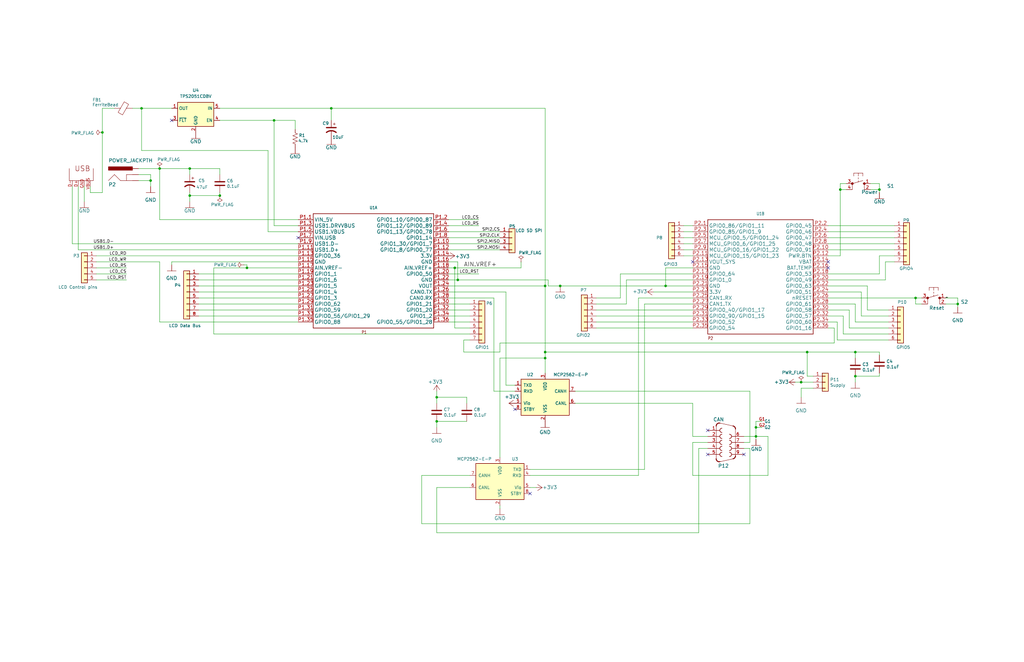
<source format=kicad_sch>
(kicad_sch (version 20250114) (generator "eeschema") (generator_version "9.0")
  (paper "USLedger")
  (title_block (date "2025-04-10"))
  (lib_symbols
    (symbol "Connector_Generic:Conn_01x03" (pin_names (offset 1.016) (hide yes))
      (property "Reference" "J" (at 0 5.08 0))
      (property "Value" "Conn_01x03" (at 0 -5.08 0))
      (symbol "Conn_01x03_1_1"
        (rectangle (start -1.27 3.81) (end 1.27 -3.81) (stroke (width 0.254)) (fill (type background)))
        (rectangle (start -1.27 2.667) (end 0 2.413) (stroke (width 0.1524)))
        (rectangle (start -1.27 0.127) (end 0 -0.127) (stroke (width 0.1524)))
        (rectangle (start -1.27 -2.413) (end 0 -2.667) (stroke (width 0.1524)))
        (pin passive line (at -5.08 2.54 0) (length 3.81) (name "Pin_1") (number "1"))
        (pin passive line (at -5.08 0 0) (length 3.81) (name "Pin_2") (number "2"))
        (pin passive line (at -5.08 -2.54 0) (length 3.81) (name "Pin_3") (number "3"))
      )
    )
    (symbol "Connector_Generic:Conn_01x04" (pin_names (offset 1.016) (hide yes))
      (property "Reference" "J" (at 0 5.08 0))
      (property "Value" "Conn_01x04" (at 0 -7.62 0))
      (symbol "Conn_01x04_1_1"
        (rectangle (start -1.27 3.81) (end 1.27 -6.35) (stroke (width 0.254)) (fill (type background)))
        (rectangle (start -1.27 2.667) (end 0 2.413) (stroke (width 0.1524)))
        (rectangle (start -1.27 0.127) (end 0 -0.127) (stroke (width 0.1524)))
        (rectangle (start -1.27 -2.413) (end 0 -2.667) (stroke (width 0.1524)))
        (rectangle (start -1.27 -4.953) (end 0 -5.207) (stroke (width 0.1524)))
        (pin passive line (at -5.08 2.54 0) (length 3.81) (name "Pin_1") (number "1"))
        (pin passive line (at -5.08 0 0) (length 3.81) (name "Pin_2") (number "2"))
        (pin passive line (at -5.08 -2.54 0) (length 3.81) (name "Pin_3") (number "3"))
        (pin passive line (at -5.08 -5.08 0) (length 3.81) (name "Pin_4") (number "4"))
      )
    )
    (symbol "Connector_Generic:Conn_01x05" (pin_names (offset 1.016) (hide yes))
      (property "Reference" "J" (at 0 7.62 0))
      (property "Value" "Conn_01x05" (at 0 -7.62 0))
      (symbol "Conn_01x05_1_1"
        (rectangle (start -1.27 6.35) (end 1.27 -6.35) (stroke (width 0.254)) (fill (type background)))
        (rectangle (start -1.27 5.207) (end 0 4.953) (stroke (width 0.1524)))
        (rectangle (start -1.27 2.667) (end 0 2.413) (stroke (width 0.1524)))
        (rectangle (start -1.27 0.127) (end 0 -0.127) (stroke (width 0.1524)))
        (rectangle (start -1.27 -2.413) (end 0 -2.667) (stroke (width 0.1524)))
        (rectangle (start -1.27 -4.953) (end 0 -5.207) (stroke (width 0.1524)))
        (pin passive line (at -5.08 5.08 0) (length 3.81) (name "Pin_1") (number "1"))
        (pin passive line (at -5.08 2.54 0) (length 3.81) (name "Pin_2") (number "2"))
        (pin passive line (at -5.08 0 0) (length 3.81) (name "Pin_3") (number "3"))
        (pin passive line (at -5.08 -2.54 0) (length 3.81) (name "Pin_4") (number "4"))
        (pin passive line (at -5.08 -5.08 0) (length 3.81) (name "Pin_5") (number "5"))
      )
    )
    (symbol "Connector_Generic:Conn_01x06" (pin_names (offset 1.016) (hide yes))
      (property "Reference" "J" (at 0 7.62 0))
      (property "Value" "Conn_01x06" (at 0 -10.16 0))
      (symbol "Conn_01x06_1_1"
        (rectangle (start -1.27 6.35) (end 1.27 -8.89) (stroke (width 0.254)) (fill (type background)))
        (rectangle (start -1.27 5.207) (end 0 4.953) (stroke (width 0.1524)))
        (rectangle (start -1.27 2.667) (end 0 2.413) (stroke (width 0.1524)))
        (rectangle (start -1.27 0.127) (end 0 -0.127) (stroke (width 0.1524)))
        (rectangle (start -1.27 -2.413) (end 0 -2.667) (stroke (width 0.1524)))
        (rectangle (start -1.27 -4.953) (end 0 -5.207) (stroke (width 0.1524)))
        (rectangle (start -1.27 -7.493) (end 0 -7.747) (stroke (width 0.1524)))
        (pin passive line (at -5.08 5.08 0) (length 3.81) (name "Pin_1") (number "1"))
        (pin passive line (at -5.08 2.54 0) (length 3.81) (name "Pin_2") (number "2"))
        (pin passive line (at -5.08 0 0) (length 3.81) (name "Pin_3") (number "3"))
        (pin passive line (at -5.08 -2.54 0) (length 3.81) (name "Pin_4") (number "4"))
        (pin passive line (at -5.08 -5.08 0) (length 3.81) (name "Pin_5") (number "5"))
        (pin passive line (at -5.08 -7.62 0) (length 3.81) (name "Pin_6") (number "6"))
      )
    )
    (symbol "Connector_Generic:Conn_01x07" (pin_names (offset 1.016) (hide yes))
      (property "Reference" "J" (at 0 10.16 0))
      (property "Value" "Conn_01x07" (at 0 -10.16 0))
      (symbol "Conn_01x07_1_1"
        (rectangle (start -1.27 8.89) (end 1.27 -8.89) (stroke (width 0.254)) (fill (type background)))
        (rectangle (start -1.27 7.747) (end 0 7.493) (stroke (width 0.1524)))
        (rectangle (start -1.27 5.207) (end 0 4.953) (stroke (width 0.1524)))
        (rectangle (start -1.27 2.667) (end 0 2.413) (stroke (width 0.1524)))
        (rectangle (start -1.27 0.127) (end 0 -0.127) (stroke (width 0.1524)))
        (rectangle (start -1.27 -2.413) (end 0 -2.667) (stroke (width 0.1524)))
        (rectangle (start -1.27 -4.953) (end 0 -5.207) (stroke (width 0.1524)))
        (rectangle (start -1.27 -7.493) (end 0 -7.747) (stroke (width 0.1524)))
        (pin passive line (at -5.08 7.62 0) (length 3.81) (name "Pin_1") (number "1"))
        (pin passive line (at -5.08 5.08 0) (length 3.81) (name "Pin_2") (number "2"))
        (pin passive line (at -5.08 2.54 0) (length 3.81) (name "Pin_3") (number "3"))
        (pin passive line (at -5.08 0 0) (length 3.81) (name "Pin_4") (number "4"))
        (pin passive line (at -5.08 -2.54 0) (length 3.81) (name "Pin_5") (number "5"))
        (pin passive line (at -5.08 -5.08 0) (length 3.81) (name "Pin_6") (number "6"))
        (pin passive line (at -5.08 -7.62 0) (length 3.81) (name "Pin_7") (number "7"))
      )
    )
    (symbol "Connector_Generic:Conn_01x08" (pin_names (offset 1.016) (hide yes))
      (property "Reference" "J" (at 0 10.16 0))
      (property "Value" "Conn_01x08" (at 0 -12.7 0))
      (symbol "Conn_01x08_1_1"
        (rectangle (start -1.27 8.89) (end 1.27 -11.43) (stroke (width 0.254)) (fill (type background)))
        (rectangle (start -1.27 7.747) (end 0 7.493) (stroke (width 0.1524)))
        (rectangle (start -1.27 5.207) (end 0 4.953) (stroke (width 0.1524)))
        (rectangle (start -1.27 2.667) (end 0 2.413) (stroke (width 0.1524)))
        (rectangle (start -1.27 0.127) (end 0 -0.127) (stroke (width 0.1524)))
        (rectangle (start -1.27 -2.413) (end 0 -2.667) (stroke (width 0.1524)))
        (rectangle (start -1.27 -4.953) (end 0 -5.207) (stroke (width 0.1524)))
        (rectangle (start -1.27 -7.493) (end 0 -7.747) (stroke (width 0.1524)))
        (rectangle (start -1.27 -10.033) (end 0 -10.287) (stroke (width 0.1524)))
        (pin passive line (at -5.08 7.62 0) (length 3.81) (name "Pin_1") (number "1"))
        (pin passive line (at -5.08 5.08 0) (length 3.81) (name "Pin_2") (number "2"))
        (pin passive line (at -5.08 2.54 0) (length 3.81) (name "Pin_3") (number "3"))
        (pin passive line (at -5.08 0 0) (length 3.81) (name "Pin_4") (number "4"))
        (pin passive line (at -5.08 -2.54 0) (length 3.81) (name "Pin_5") (number "5"))
        (pin passive line (at -5.08 -5.08 0) (length 3.81) (name "Pin_6") (number "6"))
        (pin passive line (at -5.08 -7.62 0) (length 3.81) (name "Pin_7") (number "7"))
        (pin passive line (at -5.08 -10.16 0) (length 3.81) (name "Pin_8") (number "8"))
      )
    )
    (symbol "Device:C" (pin_numbers (hide yes)) (pin_names (offset 0.254))
      (property "Reference" "C" (at 0.635 2.54 0))
      (property "Value" "C" (at 0.635 -2.54 0))
      (symbol "C_0_1"
        (polyline (pts (xy -2.032 0.762) (xy 2.032 0.762)) (stroke (width 0.508)))
        (polyline (pts (xy -2.032 -0.762) (xy 2.032 -0.762)) (stroke (width 0.508)))
      )
      (symbol "C_1_1"
        (pin passive line (at 0 3.81 270) (length 2.794) (name "~") (number "1"))
        (pin passive line (at 0 -3.81 90) (length 2.794) (name "~") (number "2"))
      )
    )
    (symbol "Device:C_Polarized_US" (pin_numbers (hide yes)) (pin_names (offset 0.254) (hide yes))
      (property "Reference" "C" (at 0.635 2.54 0))
      (property "Value" "C_Polarized_US" (at 0.635 -2.54 0))
      (symbol "C_Polarized_US_0_1"
        (polyline (pts (xy -2.032 0.762) (xy 2.032 0.762)) (stroke (width 0.508)))
        (polyline (pts (xy -1.778 2.286) (xy -0.762 2.286)))
        (polyline (pts (xy -1.27 1.778) (xy -1.27 2.794)))
        (arc (start -2.032 -1.27) (mid 0 -0.5572) (end 2.032 -1.27) (stroke (width 0.508)))
      )
      (symbol "C_Polarized_US_1_1"
        (pin passive line (at 0 3.81 270) (length 2.794) (name "~") (number "1"))
        (pin passive line (at 0 -3.81 90) (length 3.302) (name "~") (number "2"))
      )
    )
    (symbol "Device:FerriteBead" (pin_numbers (hide yes)) (pin_names (offset 0))
      (property "Reference" "FB" (at -3.81 0.635 90))
      (property "Value" "FerriteBead" (at 3.81 0 90))
      (symbol "FerriteBead_0_1"
        (polyline (pts (xy -2.7686 0.4064) (xy -1.7018 2.2606) (xy 2.7686 -0.3048) (xy 1.6764 -2.159) (xy -2.7686 0.4064)))
        (polyline (pts (xy 0 1.27) (xy 0 1.2954)))
        (polyline (pts (xy 0 -1.27) (xy 0 -1.2192)))
      )
      (symbol "FerriteBead_1_1"
        (pin passive line (at 0 3.81 270) (length 2.54) (name "~") (number "1"))
        (pin passive line (at 0 -3.81 90) (length 2.54) (name "~") (number "2"))
      )
    )
    (symbol "Device:R_US" (pin_numbers (hide yes)) (pin_names (offset 0))
      (property "Reference" "R" (at 2.54 0 90))
      (property "Value" "R_US" (at -2.54 0 90))
      (symbol "R_US_0_1"
        (polyline (pts (xy 0 2.286) (xy 0 2.54)))
        (polyline (pts (xy 0 2.286) (xy 1.016 1.905) (xy 0 1.524) (xy -1.016 1.143) (xy 0 0.762)))
        (polyline (pts (xy 0 0.762) (xy 1.016 0.381) (xy 0 0) (xy -1.016 -0.381) (xy 0 -0.762)))
        (polyline (pts (xy 0 -0.762) (xy 1.016 -1.143) (xy 0 -1.524) (xy -1.016 -1.905) (xy 0 -2.286)))
        (polyline (pts (xy 0 -2.286) (xy 0 -2.54)))
      )
      (symbol "R_US_1_1"
        (pin passive line (at 0 3.81 270) (length 1.27) (name "~") (number "1"))
        (pin passive line (at 0 -3.81 90) (length 1.27) (name "~") (number "2"))
      )
    )
    (symbol "Interface_CAN_LIN:MCP2562-E-P" (pin_names (offset 1.016))
      (property "Reference" "U" (at -10.16 8.89 0))
      (property "Value" "MCP2562-E-P" (at 2.54 8.89 0))
      (symbol "MCP2562-E-P_0_1"
        (rectangle (start -10.16 7.62) (end 10.16 -7.62) (stroke (width 0.254)) (fill (type background)))
      )
      (symbol "MCP2562-E-P_1_1"
        (pin input line (at -12.7 5.08 0) (length 2.54) (name "TXD") (number "1"))
        (pin output line (at -12.7 2.54 0) (length 2.54) (name "RXD") (number "4"))
        (pin power_in line (at -12.7 -2.54 0) (length 2.54) (name "Vio") (number "5"))
        (pin input line (at -12.7 -5.08 0) (length 2.54) (name "STBY") (number "8"))
        (pin power_in line (at 0 10.16 270) (length 2.54) (name "VDD") (number "3"))
        (pin power_in line (at 0 -10.16 90) (length 2.54) (name "VSS") (number "2"))
        (pin bidirectional line (at 12.7 2.54 180) (length 2.54) (name "CANH") (number "7"))
        (pin bidirectional line (at 12.7 -2.54 180) (length 2.54) (name "CANL") (number "6"))
      )
    )
    (symbol "Power_Management:TPS2051CDBV"
      (property "Reference" "U" (at -7.62 -6.35 0))
      (property "Value" "TPS2051CDBV" (at -7.62 6.35 0))
      (symbol "TPS2051CDBV_0_1"
        (rectangle (start -7.62 5.08) (end 7.62 -5.08) (stroke (width 0.254)) (fill (type background)))
      )
      (symbol "TPS2051CDBV_1_1"
        (pin power_in line (at -10.16 2.54 0) (length 2.54) (name "IN") (number "5"))
        (pin input line (at -10.16 -2.54 0) (length 2.54) (name "EN") (number "4"))
        (pin power_in line (at 0 -7.62 90) (length 2.54) (name "GND") (number "2"))
        (pin power_out line (at 10.16 2.54 180) (length 2.54) (name "OUT") (number "1"))
        (pin open_collector line (at 10.16 -2.54 180) (length 2.54) (name "~{FLT}") (number "3"))
      )
    )
    (symbol "catu:+3V3" (power) (pin_names (offset 1.016))
      (property "Value" "+3V3" (at -2.54 -5.08 90))
      (symbol "+3V3_1_0"
        (polyline (pts (xy 0 0) (xy -1.27 -1.905)))
        (polyline (pts (xy 1.27 -1.905) (xy 0 0)))
        (pin power_in line (at 0 -2.54 90) (length 2.54) (name "+3V3") (number "1"))
      )
    )
    (symbol "catu:10-XX" (pin_names (offset 1.016))
      (property "Reference" "S" (at -6.35 -2.54 90))
      (property "Value" "10-XX" (at -3.81 3.175 90))
      (symbol "10-XX_1_0"
        (polyline (pts (xy -4.445 1.905) (xy -4.445 0)))
        (polyline (pts (xy -4.445 1.905) (xy -3.175 1.905)))
        (polyline (pts (xy -4.445 0) (xy -4.445 -1.905)))
        (polyline (pts (xy -4.445 0) (xy -3.175 0)))
        (polyline (pts (xy -4.445 -1.905) (xy -3.175 -1.905)))
        (polyline (pts (xy -2.54 0) (xy -1.905 0)))
        (polyline (pts (xy -1.27 0) (xy -0.635 0)))
        (circle (center 0 2.54) (radius 0.127) (stroke (width 0.4064)))
        (polyline (pts (xy 0 1.905) (xy 0 2.54)))
        (polyline (pts (xy 0 -2.54) (xy -1.27 1.905)))
        (circle (center 0 -2.54) (radius 0.127) (stroke (width 0.4064)))
        (polyline (pts (xy 2.54 2.54) (xy 0 2.54)))
        (polyline (pts (xy 2.54 -2.54) (xy 0 -2.54)))
        (pin passive line (at 0 5.08 270) (length 2.54) (name "S") (number "1"))
        (pin passive line (at 0 -5.08 90) (length 2.54) (name "P") (number "3"))
        (pin passive line (at 2.54 5.08 270) (length 2.54) (name "S1") (number "2"))
        (pin passive line (at 2.54 -5.08 90) (length 2.54) (name "P1") (number "4"))
      )
    )
    (symbol "catu:F09HP" (pin_names (offset 1.016))
      (property "Reference" "P" (at -1.27 8.89 0))
      (property "Value" "F09HP" (at -3.81 -10.795 0))
      (symbol "F09HP_1_0"
        (polyline (pts (xy -4.064 -6.9088) (xy -4.064 6.9088)))
        (arc (start -2.5146 -8.1534) (mid -3.5802 -7.8933) (end -4.064 -6.9088) (stroke (width 0.4064)))
        (arc (start -4.064 6.9088) (mid -3.58 7.8929) (end -2.5146 8.1534) (stroke (width 0.4064)))
        (polyline (pts (xy -2.5146 8.1534) (xy 3.048 6.9342)))
        (polyline (pts (xy -2.5146 -8.1534) (xy 3.048 -6.9342)))
        (arc (start -1.651 4.191) (mid -2.5362 5.08) (end -1.651 5.969) (stroke (width 0.254)))
        (arc (start -1.651 1.651) (mid -2.5362 2.54) (end -1.651 3.429) (stroke (width 0.254)))
        (arc (start -1.651 -0.889) (mid -2.5362 0) (end -1.651 0.889) (stroke (width 0.254)))
        (arc (start -1.651 -3.429) (mid -2.5362 -2.54) (end -1.651 -1.651) (stroke (width 0.254)))
        (arc (start -1.651 -5.969) (mid -2.5362 -5.08) (end -1.651 -4.191) (stroke (width 0.254)))
        (arc (start 1.524 3.429) (mid 2.4092 2.54) (end 1.524 1.651) (stroke (width 0.254)))
        (arc (start 1.524 0.889) (mid 2.4092 0) (end 1.524 -0.889) (stroke (width 0.254)))
        (arc (start 1.524 -1.651) (mid 2.4092 -2.54) (end 1.524 -3.429) (stroke (width 0.254)))
        (arc (start 1.524 -4.191) (mid 2.4092 -5.08) (end 1.524 -5.969) (stroke (width 0.254)))
        (arc (start 3.048 6.9342) (mid 3.7701 6.4866) (end 4.064 5.6896) (stroke (width 0.4064)))
        (arc (start 4.064 -5.6896) (mid 3.7736 -6.4896) (end 3.048 -6.9342) (stroke (width 0.4064)))
        (polyline (pts (xy 4.064 -5.6896) (xy 4.064 5.6896)))
        (pin passive line (at -7.62 5.08 0) (length 5.08) (name "1") (number "1"))
        (pin passive line (at -7.62 2.54 0) (length 5.08) (name "2") (number "2"))
        (pin passive line (at -7.62 0 0) (length 5.08) (name "3") (number "3"))
        (pin passive line (at -7.62 -2.54 0) (length 5.08) (name "4") (number "4"))
        (pin passive line (at -7.62 -5.08 0) (length 5.08) (name "5") (number "5"))
        (pin passive line (at 7.62 2.54 180) (length 5.08) (name "6") (number "6"))
        (pin passive line (at 7.62 0 180) (length 5.08) (name "7") (number "7"))
        (pin passive line (at 7.62 -2.54 180) (length 5.08) (name "8") (number "8"))
        (pin passive line (at 7.62 -5.08 180) (length 5.08) (name "9") (number "9"))
      )
      (symbol "F09HP_1_1"
        (pin power_in line (at 15.24 8.89 0) (length 0) (name "G1") (number "G1"))
        (pin power_in line (at 15.24 6.35 0) (length 0) (name "G2") (number "G2"))
      )
    )
    (symbol "catu:GND" (power) (pin_names (offset 1.016))
      (property "Value" "GND" (at -2.54 -2.54 0))
      (symbol "GND_1_0"
        (polyline (pts (xy -1.905 0) (xy 1.905 0)))
        (pin power_in line (at 0 2.54 270) (length 2.54) (name "GND") (number "1"))
      )
    )
    (symbol "catu:POWER_JACKPTH" (pin_names (offset 1.016))
      (property "Reference" "J" (at -10.16 0 0))
      (property "Value" "POWER_JACKPTH" (at -10.16 10.16 0))
      (symbol "POWER_JACKPTH_1_0"
        (rectangle (start -10.16 6.858) (end 0 8.382) (fill (type outline)))
        (polyline (pts (xy -10.16 2.54) (xy -7.62 5.08)))
        (polyline (pts (xy -7.62 5.08) (xy -5.08 2.54)))
        (polyline (pts (xy -5.08 2.54) (xy -2.54 2.54)))
        (polyline (pts (xy -2.54 5.08) (xy 0 5.08)))
        (polyline (pts (xy -2.54 2.54) (xy -2.54 5.08)))
        (polyline (pts (xy -2.54 2.54) (xy 0 2.54)))
        (pin passive line (at 2.54 7.62 180) (length 2.54) (name "PWR") (number "PWR"))
        (pin passive line (at 2.54 5.08 180) (length 2.54) (name "GNDBREAK") (number "GNDBREAK"))
        (pin passive line (at 2.54 2.54 180) (length 2.54) (name "GND") (number "GND"))
      )
    )
    (symbol "catu:PocketBeagle2"
      (property "Reference" "Pocketbeagle-2" (at -7.874 29.21 0))
      (symbol "PocketBeagle2_1_0"
        (polyline (pts (xy -22.86 25.4) (xy 27.94 25.4)) (stroke (width 0.254)))
        (polyline (pts (xy -22.86 -22.86) (xy -22.86 25.4)) (stroke (width 0.254)))
        (polyline (pts (xy 27.94 25.4) (xy 27.94 -22.86)) (stroke (width 0.254)))
        (polyline (pts (xy 27.94 -22.86) (xy -22.86 -22.86)) (stroke (width 0.254)))
        (text "P1" (at -2.54 -25.4 0) (effects (font (size 1.27 1.0795)) (justify left bottom)))
        (pin passive line (at -29.21 22.86 0) (length 6.35) (name "VIN_5V") (number "P1.1"))
        (pin passive line (at -29.21 20.32 0) (length 6.35) (name "USB1.DRVVBUS") (number "P1.3"))
        (pin passive line (at -29.21 17.78 0) (length 6.35) (name "USB1.VBUS") (number "P1.5"))
        (pin passive line (at -29.21 15.24 0) (length 6.35) (name "VIN.USB") (number "P1.7"))
        (pin passive line (at -29.21 12.7 0) (length 6.35) (name "USB1.D-") (number "P1.9"))
        (pin passive line (at -29.21 10.16 0) (length 6.35) (name "USB1.D+") (number "P1.11"))
        (pin passive line (at -29.21 7.62 0) (length 6.35) (name "GPIO0_36") (number "P1.13"))
        (pin power_in line (at -29.21 5.08 0) (length 6.35) (name "GND") (number "P1.15"))
        (pin power_in line (at -29.21 2.54 0) (length 6.35) (name "AIN.VREF-") (number "P1.17"))
        (pin passive line (at -29.21 0 0) (length 6.35) (name "GPIO1_1") (number "P1.19"))
        (pin passive line (at -29.21 -2.54 0) (length 6.35) (name "GPIO1_6") (number "P1.21"))
        (pin passive line (at -29.21 -5.08 0) (length 6.35) (name "GPIO1_5") (number "P1.23"))
        (pin passive line (at -29.21 -7.62 0) (length 6.35) (name "GPIO1_4") (number "P1.25"))
        (pin passive line (at -29.21 -10.16 0) (length 6.35) (name "GPIO1_3") (number "P1.27"))
        (pin passive line (at -29.21 -12.7 0) (length 6.35) (name "GPIO0_62") (number "P1.29"))
        (pin passive line (at -29.21 -15.24 0) (length 6.35) (name "GPIO0_59") (number "P1.31"))
        (pin passive line (at -29.21 -17.78 0) (length 6.35) (name "GPIO0_56/GPIO1_29") (number "P1.33"))
        (pin passive line (at -29.21 -20.32 0) (length 6.35) (name "GPIO0_88") (number "P1.35"))
        (pin passive line (at 34.29 22.86 180) (length 6.35) (name "GPIO1_10/GPIO0_87") (number "P1.2"))
        (pin passive line (at 34.29 20.32 180) (length 6.35) (name "GPIO1_12/GPIO0_89") (number "P1.4"))
        (pin passive line (at 34.29 17.78 180) (length 6.35) (name "GPIO1_13/GPIO0_78") (number "P1.6"))
        (pin passive line (at 34.29 15.24 180) (length 6.35) (name "GPIO1_14") (number "P1.8"))
        (pin passive line (at 34.29 12.7 180) (length 6.35) (name "GPIO1_30/GPIO1_7") (number "P1.10"))
        (pin passive line (at 34.29 10.16 180) (length 6.35) (name "GPIO1_8/GPIO0_77") (number "P1.12"))
        (pin power_in line (at 34.29 7.62 180) (length 6.35) (name "3.3V") (number "P1.14"))
        (pin power_in line (at 34.29 5.08 180) (length 6.35) (name "GND") (number "P1.16"))
        (pin power_in line (at 34.29 2.54 180) (length 6.35) (name "AIN.VREF+") (number "P1.18"))
        (pin passive line (at 34.29 0 180) (length 6.35) (name "GPIO0_50") (number "P1.20"))
        (pin power_in line (at 34.29 -2.54 180) (length 6.35) (name "GND") (number "P1.22"))
        (pin power_out line (at 34.29 -5.08 180) (length 6.35) (name "VOUT") (number "P1.24"))
        (pin passive line (at 34.29 -7.62 180) (length 6.35) (name "CAN0.TX") (number "P1.26"))
        (pin passive line (at 34.29 -10.16 180) (length 6.35) (name "CAN0.RX") (number "P1.28"))
        (pin passive line (at 34.29 -12.7 180) (length 6.35) (name "GPIO1_21") (number "P1.30"))
        (pin passive line (at 34.29 -15.24 180) (length 6.35) (name "GPIO1_20") (number "P1.32"))
        (pin passive line (at 34.29 -17.78 180) (length 6.35) (name "GPIO1_2") (number "P1.34"))
        (pin passive line (at 34.29 -20.32 180) (length 6.35) (name "GPIO0_55/GPIO1_28") (number "P1.36"))
      )
      (symbol "PocketBeagle2_2_0"
        (polyline (pts (xy -21.59 26.67) (xy 22.86 26.67)) (stroke (width 0.254)))
        (polyline (pts (xy -21.59 -21.59) (xy -21.59 26.67)) (stroke (width 0.254)))
        (polyline (pts (xy 22.86 26.67) (xy 22.86 -21.59)) (stroke (width 0.254)))
        (polyline (pts (xy 22.86 -21.59) (xy -21.59 -21.59)) (stroke (width 0.254)))
        (text "P2" (at -21.59 -24.13 0) (effects (font (size 1.27 1.0795)) (justify left bottom)))
        (pin passive line (at -27.94 24.13 0) (length 6.35) (name "GPIO0_86/GPIO1_11") (number "P2.1"))
        (pin passive line (at -27.94 21.59 0) (length 6.35) (name "GPIO0_85/GPIO1_9") (number "P2.3"))
        (pin passive line (at -27.94 19.05 0) (length 6.35) (name "MCU_GPIO0_5/GPIO01_24") (number "P2.5"))
        (pin passive line (at -27.94 16.51 0) (length 6.35) (name "MCU_GPIO0_6/GPIO1_25") (number "P2.7"))
        (pin passive line (at -27.94 13.97 0) (length 6.35) (name "MCU_GPIO0_16/GPIO1_22") (number "P2.9"))
        (pin passive line (at -27.94 11.43 0) (length 6.35) (name "MCU_GPIO0_15/GPIO1_23") (number "P2.11"))
        (pin power_out line (at -27.94 8.89 0) (length 6.35) (name "VOUT_SYS") (number "P2.13"))
        (pin power_in line (at -27.94 6.35 0) (length 6.35) (name "GND") (number "P2.15"))
        (pin passive line (at -27.94 3.81 0) (length 6.35) (name "GPIO0_64") (number "P2.17"))
        (pin passive line (at -27.94 1.27 0) (length 6.35) (name "GPIO1_0") (number "P2.19"))
        (pin power_in line (at -27.94 -1.27 0) (length 6.35) (name "GND") (number "P2.21"))
        (pin power_in line (at -27.94 -3.81 0) (length 6.35) (name "3.3V") (number "P2.23"))
        (pin passive line (at -27.94 -6.35 0) (length 6.35) (name "CAN1.RX") (number "P2.25"))
        (pin passive line (at -27.94 -8.89 0) (length 6.35) (name "CAN1.TX") (number "P2.27"))
        (pin passive line (at -27.94 -11.43 0) (length 6.35) (name "GPIO0_40/GPIO1_17") (number "P2.29"))
        (pin passive line (at -27.94 -13.97 0) (length 6.35) (name "GPIO0_90/GPIO1_15") (number "P2.31"))
        (pin passive line (at -27.94 -16.51 0) (length 6.35) (name "GPIO0_52") (number "P2.33"))
        (pin passive line (at -27.94 -19.05 0) (length 6.35) (name "GPIO0_54") (number "P2.35"))
        (pin passive line (at 29.21 24.13 180) (length 6.35) (name "GPIO0_45") (number "P2.2"))
        (pin passive line (at 29.21 21.59 180) (length 6.35) (name "GPIO0_46") (number "P2.4"))
        (pin passive line (at 29.21 19.05 180) (length 6.35) (name "GPIO0_47") (number "P2.6"))
        (pin passive line (at 29.21 16.51 180) (length 6.35) (name "GPIO0_48") (number "P2.8"))
        (pin passive line (at 29.21 13.97 180) (length 6.35) (name "GPIO0_91") (number "P2.10"))
        (pin passive line (at 29.21 11.43 180) (length 6.35) (name "PWR.BTN") (number "P2.12"))
        (pin passive line (at 29.21 8.89 180) (length 6.35) (name "VBAT") (number "P2.14"))
        (pin passive line (at 29.21 6.35 180) (length 6.35) (name "BAT.TEMP") (number "P2.16"))
        (pin passive line (at 29.21 3.81 180) (length 6.35) (name "GPIO0_53") (number "P2.18"))
        (pin passive line (at 29.21 1.27 180) (length 6.35) (name "GPIO0_49") (number "P2.20"))
        (pin passive line (at 29.21 -1.27 180) (length 6.35) (name "GPIO0_63") (number "P2.22"))
        (pin passive line (at 29.21 -3.81 180) (length 6.35) (name "GPIO0_51") (number "P2.24"))
        (pin passive line (at 29.21 -6.35 180) (length 6.35) (name "nRESET") (number "P2.26"))
        (pin passive line (at 29.21 -8.89 180) (length 6.35) (name "GPIO0_61") (number "P2.28"))
        (pin passive line (at 29.21 -11.43 180) (length 6.35) (name "GPIO0_58") (number "P2.30"))
        (pin passive line (at 29.21 -13.97 180) (length 6.35) (name "GPIO0_57") (number "P2.32"))
        (pin passive line (at 29.21 -16.51 180) (length 6.35) (name "GPIO0_60") (number "P2.34"))
        (pin passive line (at 29.21 -19.05 180) (length 6.35) (name "GPIO1_16") (number "P2.36"))
      )
    )
    (symbol "catu:USB-A-H" (pin_names (offset 1.016))
      (symbol "USB-A-H_1_0"
        (polyline (pts (xy 0 8.89) (xy 0 -1.27)))
        (polyline (pts (xy 0 -1.27) (xy 5.08 -1.27)))
        (polyline (pts (xy 5.08 8.89) (xy 0 8.89)))
        (text "USB" (at 3.81 0 900) (effects (font (size 2.159 2.159)) (justify left bottom)))
        (pin passive line (at -2.54 7.62 0) (length 2.54) (name "D+") (number "D-"))
        (pin passive line (at -2.54 5.08 0) (length 2.54) (name "D-") (number "D+"))
        (pin power_in line (at -2.54 2.54 0) (length 2.54) (name "VBUS") (number "GND"))
        (pin power_in line (at -2.54 0 0) (length 2.54) (name "GND") (number "VBUS"))
      )
    )
    (symbol "power:PWR_FLAG" (power) (pin_numbers (hide yes)) (pin_names (offset 0) (hide yes))
      (property "Value" "PWR_FLAG" (at 0 3.81 0))
      (symbol "PWR_FLAG_0_0"
        (pin power_out line (at 0 0 90) (length 0) (name "~") (number "1"))
      )
      (symbol "PWR_FLAG_0_1"
        (polyline (pts (xy 0 0) (xy 0 1.27) (xy -1.016 1.905) (xy 0 2.54) (xy 1.016 1.905) (xy 0 1.27)))
      )
    )
  )
  (junction (at 360.68 148.59))
  (junction (at 67.31 71.12))
  (junction (at 63.5 76.2))
  (junction (at 92.71 82.55))
  (junction (at 184.15 167.64))
  (junction (at 386.08 125.73))
  (junction (at 193.04 118.11))
  (junction (at 104.14 113.03))
  (junction (at 115.57 50.8))
  (junction (at 360.68 158.75))
  (junction (at 337.82 161.29))
  (junction (at 403.86 128.27))
  (junction (at 318.77 184.15))
  (junction (at 318.77 180.34))
  (junction (at 80.01 82.55))
  (junction (at 229.87 148.59))
  (junction (at 229.87 151.13))
  (junction (at 354.33 80.01))
  (junction (at 80.01 71.12))
  (junction (at 236.22 120.65))
  (junction (at 340.36 148.59))
  (junction (at 59.69 45.72))
  (junction (at 280.67 120.65))
  (junction (at 184.15 177.8))
  (junction (at 229.87 120.65))
  (junction (at 191.77 113.03))
  (junction (at 43.18 55.88))
  (junction (at 370.84 80.01))
  (junction (at 139.7 45.72))
  (no_connect (at 292.1 110.49))
  (no_connect (at 298.45 181.61))
  (no_connect (at 72.39 50.8))
  (no_connect (at 125.73 100.33))
  (no_connect (at 217.17 172.72))
  (no_connect (at 313.69 191.77))
  (no_connect (at 298.45 191.77))
  (no_connect (at 349.25 113.03))
  (no_connect (at 349.25 110.49))
  (no_connect (at 223.52 208.28))
  (wire (pts (xy 33.02 105.41) (xy 125.73 105.41)))
  (wire (pts (xy 316.23 189.23) (xy 313.69 189.23)))
  (wire (pts (xy 223.52 198.12) (xy 271.78 198.12)))
  (wire (pts (xy 104.14 113.03) (xy 125.73 113.03)))
  (wire (pts (xy 193.04 118.11) (xy 189.23 118.11)))
  (wire (pts (xy 189.23 110.49) (xy 193.04 110.49)))
  (wire (pts (xy 373.38 118.11) (xy 373.38 110.49)))
  (wire (pts (xy 90.17 113.03) (xy 104.14 113.03)))
  (wire (pts (xy 349.25 115.57) (xy 370.84 115.57)))
  (wire (pts (xy 177.8 200.66) (xy 177.8 220.98)))
  (wire (pts (xy 349.25 128.27) (xy 360.68 128.27)))
  (wire (pts (xy 80.01 71.12) (xy 92.71 71.12)))
  (wire (pts (xy 363.22 123.19) (xy 363.22 133.35)))
  (wire (pts (xy 189.23 97.79) (xy 210.82 97.79)))
  (wire (pts (xy 58.42 73.66) (xy 63.5 73.66)))
  (wire (pts (xy 210.82 151.13) (xy 210.82 193.04)))
  (wire (pts (xy 370.84 81.28) (xy 370.84 80.01)))
  (wire (pts (xy 231.14 118.11) (xy 231.14 120.65)))
  (wire (pts (xy 354.33 77.47) (xy 356.87 77.47)))
  (wire (pts (xy 323.85 184.15) (xy 318.77 184.15)))
  (wire (pts (xy 367.03 77.47) (xy 370.84 77.47)))
  (wire (pts (xy 40.64 107.95) (xy 125.73 107.95)))
  (wire (pts (xy 184.15 177.8) (xy 196.85 177.8)))
  (wire (pts (xy 251.46 128.27) (xy 264.16 128.27)))
  (wire (pts (xy 210.82 148.59) (xy 195.58 148.59)))
  (wire (pts (xy 83.82 115.57) (xy 125.73 115.57)))
  (wire (pts (xy 365.76 130.81) (xy 374.65 130.81)))
  (wire (pts (xy 251.46 138.43) (xy 292.1 138.43)))
  (wire (pts (xy 195.58 148.59) (xy 195.58 143.51)))
  (wire (pts (xy 80.01 81.28) (xy 80.01 82.55)))
  (wire (pts (xy 38.1 81.28) (xy 43.18 81.28)))
  (wire (pts (xy 63.5 76.2) (xy 58.42 76.2)))
  (wire (pts (xy 349.25 107.95) (xy 354.33 107.95)))
  (wire (pts (xy 63.5 73.66) (xy 63.5 76.2)))
  (wire (pts (xy 189.23 105.41) (xy 210.82 105.41)))
  (wire (pts (xy 59.69 63.5) (xy 59.69 45.72)))
  (wire (pts (xy 340.36 148.59) (xy 340.36 158.75)))
  (wire (pts (xy 53.34 115.57) (xy 40.64 115.57)))
  (wire (pts (xy 229.87 148.59) (xy 340.36 148.59)))
  (wire (pts (xy 355.6 140.97) (xy 374.65 140.97)))
  (wire (pts (xy 288.29 107.95) (xy 292.1 107.95)))
  (wire (pts (xy 83.82 123.19) (xy 125.73 123.19)))
  (wire (pts (xy 386.08 125.73) (xy 386.08 128.27)))
  (wire (pts (xy 340.36 148.59) (xy 360.68 148.59)))
  (wire (pts (xy 349.25 105.41) (xy 377.19 105.41)))
  (wire (pts (xy 193.04 110.49) (xy 193.04 118.11)))
  (wire (pts (xy 67.31 135.89) (xy 125.73 135.89)))
  (wire (pts (xy 360.68 158.75) (xy 370.84 158.75)))
  (wire (pts (xy 184.15 167.64) (xy 184.15 170.18)))
  (wire (pts (xy 104.14 111.76) (xy 104.14 113.03)))
  (wire (pts (xy 354.33 77.47) (xy 354.33 80.01)))
  (wire (pts (xy 198.12 200.66) (xy 177.8 200.66)))
  (wire (pts (xy 370.84 158.75) (xy 370.84 157.48)))
  (wire (pts (xy 370.84 107.95) (xy 377.19 107.95)))
  (wire (pts (xy 360.68 158.75) (xy 360.68 161.29)))
  (wire (pts (xy 251.46 130.81) (xy 292.1 130.81)))
  (wire (pts (xy 269.24 125.73) (xy 292.1 125.73)))
  (wire (pts (xy 35.56 85.09) (xy 35.56 78.74)))
  (wire (pts (xy 337.82 163.83) (xy 342.9 163.83)))
  (wire (pts (xy 30.48 78.74) (xy 30.48 102.87)))
  (wire (pts (xy 353.06 135.89) (xy 353.06 143.51)))
  (wire (pts (xy 195.58 143.51) (xy 198.12 143.51)))
  (wire (pts (xy 115.57 50.8) (xy 124.46 50.8)))
  (wire (pts (xy 360.68 148.59) (xy 370.84 148.59)))
  (wire (pts (xy 189.23 102.87) (xy 210.82 102.87)))
  (wire (pts (xy 354.33 80.01) (xy 356.87 80.01)))
  (wire (pts (xy 349.25 123.19) (xy 363.22 123.19)))
  (wire (pts (xy 189.23 125.73) (xy 208.28 125.73)))
  (wire (pts (xy 83.82 130.81) (xy 125.73 130.81)))
  (wire (pts (xy 353.06 143.51) (xy 374.65 143.51)))
  (wire (pts (xy 349.25 135.89) (xy 353.06 135.89)))
  (wire (pts (xy 72.39 110.49) (xy 125.73 110.49)))
  (wire (pts (xy 242.57 165.1) (xy 316.23 165.1)))
  (wire (pts (xy 370.84 77.47) (xy 370.84 80.01)))
  (wire (pts (xy 398.78 125.73) (xy 403.86 125.73)))
  (wire (pts (xy 351.79 144.78) (xy 210.82 144.78)))
  (wire (pts (xy 242.57 170.18) (xy 292.1 170.18)))
  (wire (pts (xy 288.29 105.41) (xy 292.1 105.41)))
  (wire (pts (xy 313.69 184.15) (xy 318.77 184.15)))
  (wire (pts (xy 349.25 133.35) (xy 355.6 133.35)))
  (wire (pts (xy 213.36 123.19) (xy 213.36 162.56)))
  (wire (pts (xy 102.87 111.76) (xy 104.14 111.76)))
  (wire (pts (xy 360.68 148.59) (xy 360.68 151.13)))
  (wire (pts (xy 360.68 135.89) (xy 374.65 135.89)))
  (wire (pts (xy 48.26 45.72) (xy 43.18 45.72)))
  (wire (pts (xy 403.86 128.27) (xy 403.86 129.54)))
  (wire (pts (xy 264.16 128.27) (xy 264.16 118.11)))
  (wire (pts (xy 229.87 148.59) (xy 229.87 151.13)))
  (wire (pts (xy 349.25 118.11) (xy 373.38 118.11)))
  (wire (pts (xy 189.23 120.65) (xy 229.87 120.65)))
  (wire (pts (xy 349.25 138.43) (xy 351.79 138.43)))
  (wire (pts (xy 219.71 110.49) (xy 219.71 113.03)))
  (wire (pts (xy 365.76 120.65) (xy 365.76 130.81)))
  (wire (pts (xy 275.59 123.19) (xy 292.1 123.19)))
  (wire (pts (xy 139.7 45.72) (xy 139.7 50.8)))
  (wire (pts (xy 43.18 45.72) (xy 43.18 55.88)))
  (wire (pts (xy 198.12 130.81) (xy 189.23 130.81)))
  (wire (pts (xy 292.1 120.65) (xy 280.67 120.65)))
  (wire (pts (xy 271.78 128.27) (xy 271.78 198.12)))
  (wire (pts (xy 292.1 186.69) (xy 292.1 200.66)))
  (wire (pts (xy 191.77 113.03) (xy 219.71 113.03)))
  (wire (pts (xy 229.87 120.65) (xy 229.87 148.59)))
  (wire (pts (xy 318.77 180.34) (xy 318.77 184.15)))
  (wire (pts (xy 292.1 170.18) (xy 292.1 184.15)))
  (wire (pts (xy 184.15 205.74) (xy 184.15 224.79)))
  (wire (pts (xy 72.39 110.49) (xy 72.39 111.76)))
  (wire (pts (xy 269.24 125.73) (xy 269.24 200.66)))
  (wire (pts (xy 58.42 71.12) (xy 67.31 71.12)))
  (wire (pts (xy 80.01 71.12) (xy 80.01 73.66)))
  (wire (pts (xy 63.5 76.2) (xy 63.5 78.74)))
  (wire (pts (xy 189.23 113.03) (xy 191.77 113.03)))
  (wire (pts (xy 294.64 189.23) (xy 298.45 189.23)))
  (wire (pts (xy 196.85 167.64) (xy 196.85 170.18)))
  (wire (pts (xy 198.12 135.89) (xy 189.23 135.89)))
  (wire (pts (xy 92.71 71.12) (xy 92.71 73.66)))
  (wire (pts (xy 201.93 115.57) (xy 189.23 115.57)))
  (wire (pts (xy 208.28 125.73) (xy 208.28 165.1)))
  (wire (pts (xy 349.25 125.73) (xy 386.08 125.73)))
  (wire (pts (xy 191.77 138.43) (xy 198.12 138.43)))
  (wire (pts (xy 184.15 224.79) (xy 294.64 224.79)))
  (wire (pts (xy 288.29 95.25) (xy 292.1 95.25)))
  (wire (pts (xy 83.82 118.11) (xy 125.73 118.11)))
  (wire (pts (xy 113.03 97.79) (xy 113.03 63.5)))
  (wire (pts (xy 358.14 138.43) (xy 374.65 138.43)))
  (wire (pts (xy 191.77 113.03) (xy 191.77 138.43)))
  (wire (pts (xy 67.31 92.71) (xy 125.73 92.71)))
  (wire (pts (xy 349.25 120.65) (xy 365.76 120.65)))
  (wire (pts (xy 210.82 151.13) (xy 229.87 151.13)))
  (wire (pts (xy 370.84 148.59) (xy 370.84 149.86)))
  (wire (pts (xy 124.46 50.8) (xy 124.46 54.61)))
  (wire (pts (xy 292.1 200.66) (xy 323.85 200.66)))
  (wire (pts (xy 288.29 100.33) (xy 292.1 100.33)))
  (wire (pts (xy 288.29 97.79) (xy 292.1 97.79)))
  (wire (pts (xy 67.31 71.12) (xy 67.31 92.71)))
  (wire (pts (xy 236.22 120.65) (xy 280.67 120.65)))
  (wire (pts (xy 193.04 118.11) (xy 231.14 118.11)))
  (wire (pts (xy 349.25 130.81) (xy 358.14 130.81)))
  (wire (pts (xy 261.62 125.73) (xy 261.62 115.57)))
  (wire (pts (xy 67.31 110.49) (xy 67.31 135.89)))
  (wire (pts (xy 337.82 167.64) (xy 337.82 163.83)))
  (wire (pts (xy 38.1 78.74) (xy 38.1 81.28)))
  (wire (pts (xy 189.23 100.33) (xy 210.82 100.33)))
  (wire (pts (xy 229.87 157.48) (xy 229.87 151.13)))
  (wire (pts (xy 316.23 220.98) (xy 316.23 189.23)))
  (wire (pts (xy 208.28 165.1) (xy 217.17 165.1)))
  (wire (pts (xy 294.64 224.79) (xy 294.64 189.23)))
  (wire (pts (xy 321.31 177.8) (xy 318.77 177.8)))
  (wire (pts (xy 349.25 102.87) (xy 377.19 102.87)))
  (wire (pts (xy 229.87 45.72) (xy 229.87 120.65)))
  (wire (pts (xy 403.86 125.73) (xy 403.86 128.27)))
  (wire (pts (xy 370.84 115.57) (xy 370.84 107.95)))
  (wire (pts (xy 251.46 125.73) (xy 261.62 125.73)))
  (wire (pts (xy 40.64 110.49) (xy 67.31 110.49)))
  (wire (pts (xy 226.06 205.74) (xy 223.52 205.74)))
  (wire (pts (xy 184.15 177.8) (xy 184.15 180.34)))
  (wire (pts (xy 139.7 45.72) (xy 229.87 45.72)))
  (wire (pts (xy 349.25 97.79) (xy 377.19 97.79)))
  (wire (pts (xy 210.82 213.36) (xy 210.82 214.63)))
  (wire (pts (xy 33.02 78.74) (xy 33.02 105.41)))
  (wire (pts (xy 67.31 71.12) (xy 80.01 71.12)))
  (wire (pts (xy 210.82 144.78) (xy 210.82 148.59)))
  (wire (pts (xy 72.39 45.72) (xy 59.69 45.72)))
  (wire (pts (xy 335.28 161.29) (xy 337.82 161.29)))
  (wire (pts (xy 83.82 120.65) (xy 125.73 120.65)))
  (wire (pts (xy 351.79 138.43) (xy 351.79 144.78)))
  (wire (pts (xy 198.12 205.74) (xy 184.15 205.74)))
  (wire (pts (xy 354.33 80.01) (xy 354.33 107.95)))
  (wire (pts (xy 184.15 165.1) (xy 184.15 167.64)))
  (wire (pts (xy 90.17 113.03) (xy 90.17 140.97)))
  (wire (pts (xy 92.71 81.28) (xy 92.71 82.55)))
  (wire (pts (xy 298.45 186.69) (xy 292.1 186.69)))
  (wire (pts (xy 271.78 128.27) (xy 292.1 128.27)))
  (wire (pts (xy 115.57 95.25) (xy 125.73 95.25)))
  (wire (pts (xy 251.46 135.89) (xy 292.1 135.89)))
  (wire (pts (xy 318.77 180.34) (xy 321.31 180.34)))
  (wire (pts (xy 403.86 128.27) (xy 398.78 128.27)))
  (wire (pts (xy 92.71 45.72) (xy 139.7 45.72)))
  (wire (pts (xy 83.82 133.35) (xy 125.73 133.35)))
  (wire (pts (xy 83.82 125.73) (xy 125.73 125.73)))
  (wire (pts (xy 323.85 200.66) (xy 323.85 184.15)))
  (wire (pts (xy 360.68 128.27) (xy 360.68 135.89)))
  (wire (pts (xy 231.14 120.65) (xy 236.22 120.65)))
  (wire (pts (xy 83.82 128.27) (xy 125.73 128.27)))
  (wire (pts (xy 223.52 200.66) (xy 269.24 200.66)))
  (wire (pts (xy 349.25 95.25) (xy 377.19 95.25)))
  (wire (pts (xy 318.77 184.15) (xy 318.77 185.42)))
  (wire (pts (xy 59.69 45.72) (xy 55.88 45.72)))
  (wire (pts (xy 358.14 130.81) (xy 358.14 138.43)))
  (wire (pts (xy 373.38 110.49) (xy 377.19 110.49)))
  (wire (pts (xy 386.08 125.73) (xy 388.62 125.73)))
  (wire (pts (xy 125.73 97.79) (xy 113.03 97.79)))
  (wire (pts (xy 292.1 113.03) (xy 280.67 113.03)))
  (wire (pts (xy 198.12 128.27) (xy 189.23 128.27)))
  (wire (pts (xy 92.71 50.8) (xy 115.57 50.8)))
  (wire (pts (xy 349.25 100.33) (xy 377.19 100.33)))
  (wire (pts (xy 251.46 133.35) (xy 292.1 133.35)))
  (wire (pts (xy 30.48 102.87) (xy 125.73 102.87)))
  (wire (pts (xy 115.57 50.8) (xy 115.57 95.25)))
  (wire (pts (xy 43.18 55.88) (xy 43.18 81.28)))
  (wire (pts (xy 355.6 133.35) (xy 355.6 140.97)))
  (wire (pts (xy 201.93 95.25) (xy 189.23 95.25)))
  (wire (pts (xy 198.12 133.35) (xy 189.23 133.35)))
  (wire (pts (xy 337.82 161.29) (xy 342.9 161.29)))
  (wire (pts (xy 280.67 113.03) (xy 280.67 120.65)))
  (wire (pts (xy 264.16 118.11) (xy 292.1 118.11)))
  (wire (pts (xy 201.93 92.71) (xy 189.23 92.71)))
  (wire (pts (xy 177.8 220.98) (xy 316.23 220.98)))
  (wire (pts (xy 363.22 133.35) (xy 374.65 133.35)))
  (wire (pts (xy 53.34 118.11) (xy 40.64 118.11)))
  (wire (pts (xy 316.23 186.69) (xy 313.69 186.69)))
  (wire (pts (xy 367.03 80.01) (xy 370.84 80.01)))
  (wire (pts (xy 340.36 158.75) (xy 342.9 158.75)))
  (wire (pts (xy 80.01 82.55) (xy 80.01 85.09)))
  (wire (pts (xy 184.15 167.64) (xy 196.85 167.64)))
  (wire (pts (xy 113.03 63.5) (xy 59.69 63.5)))
  (wire (pts (xy 292.1 184.15) (xy 298.45 184.15)))
  (wire (pts (xy 53.34 113.03) (xy 40.64 113.03)))
  (wire (pts (xy 288.29 102.87) (xy 292.1 102.87)))
  (wire (pts (xy 318.77 177.8) (xy 318.77 180.34)))
  (wire (pts (xy 189.23 123.19) (xy 213.36 123.19)))
  (wire (pts (xy 261.62 115.57) (xy 292.1 115.57)))
  (wire (pts (xy 213.36 162.56) (xy 217.17 162.56)))
  (wire (pts (xy 386.08 128.27) (xy 388.62 128.27)))
  (wire (pts (xy 90.17 140.97) (xy 198.12 140.97)))
  (wire (pts (xy 80.01 82.55) (xy 92.71 82.55)))
  (wire (pts (xy 316.23 165.1) (xy 316.23 186.69)))
  (label "SPI2.CS" (at 210.82 97.79 180))
  (label "USB1.D+" (at 39.37 105.41 0))
  (label "USB1.D-" (at 39.37 102.87 0))
  (label "LCD_RS" (at 201.93 95.25 180))
  (label "LCD_RS" (at 53.34 113.03 180))
  (label "LCD_RST" (at 201.93 115.57 180))
  (label "SPI2.CLK" (at 210.82 100.33 180))
  (label "SPI2.MISO" (at 210.82 102.87 180))
  (label "LCD_CS" (at 53.34 115.57 180))
  (label "LCD_WR" (at 53.34 110.49 180))
  (label "SPI2.MOSI" (at 210.82 105.41 180))
  (label "LCD_RD" (at 53.34 107.95 180))
  (label "AIN.VREF+" (at 195.58 113.03 0) (effects (font (size 1.778 1.778))))
  (label "LCD_CS" (at 201.93 92.71 180))
  (label "GND" (at 398.78 125.73 0) (effects (font (size 0.254 0.254))))
  (label "LCD_RST" (at 53.34 118.11 180))
  (symbol (lib_id "catu:USB-A-H") (at 38.1 76.2 90) (unit 1)
    (property "Reference" "P1" (effects (hide yes)))
    (property "Value" "USB-A-H" (effects (hide yes)))
    (property "Footprint" "catu:USB-A-H" (effects (hide yes)))
  )
  (symbol (lib_id "Connector_Generic:Conn_01x03") (at 347.98 161.29 0) (unit 1)
    (property "Reference" "P11" (at 350.012 160.2232 0) (effects (justify left)))
    (property "Value" "Supply" (at 350.012 162.5346 0) (effects (justify left)))
    (property "Footprint" "Connector_PinSocket_2.54mm:PinSocket_1x03_P2.54mm_Vertical" (effects (hide yes)))
    (property "Description" "Generic connector, single row, 01x03, script generated (kicad-library-utils/schlib/autogen/connector/)" (effects (hide yes)))
  )
  (symbol (lib_id "catu:GND") (at 337.82 170.18 0) (unit 1)
    (property "Reference" "#GND0111" (effects (hide yes)))
    (property "Value" "GND" (at 337.82 173.2534 0) (effects (font (size 1.4986 1.4986))))
  )
  (symbol (lib_id "catu:+3V3") (at 332.74 161.29 90) (unit 1)
    (property "Reference" "#+3V0101" (effects (hide yes)))
    (property "Value" "+3V3" (at 326.39 162.052 90) (effects (font (size 1.4986 1.4986)) (justify right top)))
  )
  (symbol (lib_id "Device:C") (at 360.68 154.94 0) (unit 1)
    (property "Reference" "C3" (at 363.601 153.7716 0) (effects (justify left)))
    (property "Value" "0.1uF" (at 363.601 156.083 0) (effects (justify left)))
    (property "Footprint" "Capacitor_SMD:C_0805_2012Metric" (effects (hide yes)))
    (property "Description" "Unpolarized capacitor" (effects (hide yes)))
  )
  (symbol (lib_id "Device:C") (at 370.84 153.67 0) (unit 1)
    (property "Reference" "C4" (at 373.761 152.5016 0) (effects (justify left)))
    (property "Value" "0.1uF" (at 373.761 154.813 0) (effects (justify left)))
    (property "Footprint" "Capacitor_SMD:C_0805_2012Metric" (effects (hide yes)))
    (property "Description" "Unpolarized capacitor" (effects (hide yes)))
  )
  (symbol (lib_id "catu:GND") (at 360.68 163.83 0) (unit 1)
    (property "Reference" "#GND0113" (effects (hide yes)))
    (property "Value" "GND" (at 360.68 166.9034 0) (effects (font (size 1.4986 1.4986))))
  )
  (symbol (lib_id "catu:10-XX") (at 393.7 125.73 270) (unit 1)
    (property "Reference" "S2" (at 405.13 128.27 90) (effects (font (size 1.4986 1.4986)) (justify left bottom)))
    (property "Value" "Reset" (at 391.795 130.81 90) (effects (font (size 1.4986 1.4986)) (justify left bottom)))
    (property "Footprint" "catu:B3F-10XX" (effects (hide yes)))
  )
  (symbol (lib_id "Interface_CAN_LIN:MCP2562-E-P") (at 229.87 167.64 0) (unit 1)
    (property "Reference" "U2" (at 223.52 158.115 0))
    (property "Value" "MCP2562-E-P" (at 240.665 158.115 0))
    (property "Footprint" "Package_SO:SO-8_3.9x4.9mm_P1.27mm" (effects (hide yes)))
    (property "Datasheet" "http://ww1.microchip.com/downloads/en/DeviceDoc/25167A.pdf" (effects (hide yes)))
    (property "Description" "High-Speed CAN Transceiver, 1Mbps, 5V supply, Vio pin, -40C to +125C, DIP-8" (effects (hide yes)))
  )
  (symbol (lib_id "catu:+3V3") (at 214.63 170.18 90) (unit 1)
    (property "Reference" "#+3V0102" (effects (hide yes)))
    (property "Value" "+3V3" (at 212.725 168.275 90) (effects (font (size 1.4986 1.4986)) (justify right top)))
  )
  (symbol (lib_id "Interface_CAN_LIN:MCP2562-E-P") (at 210.82 203.2 0) (mirror y) (unit 1)
    (property "Reference" "U3" (at 217.17 193.675 0))
    (property "Value" "MCP2562-E-P" (at 200.025 193.675 0))
    (property "Footprint" "Package_SO:SO-8_3.9x4.9mm_P1.27mm" (effects (hide yes)))
    (property "Datasheet" "http://ww1.microchip.com/downloads/en/DeviceDoc/25167A.pdf" (effects (hide yes)))
    (property "Description" "High-Speed CAN Transceiver, 1Mbps, 5V supply, Vio pin, -40C to +125C, DIP-8" (effects (hide yes)))
  )
  (symbol (lib_id "catu:+3V3") (at 228.6 205.74 270) (mirror x) (unit 1)
    (property "Reference" "#+3V0103" (effects (hide yes)))
    (property "Value" "+3V3" (at 234.95 206.502 90) (effects (font (size 1.4986 1.4986)) (justify right top)))
  )
  (symbol (lib_id "catu:+3V3") (at 273.05 123.19 90) (unit 1)
    (property "Reference" "#+3V0104" (effects (hide yes)))
    (property "Value" "+3V3" (at 266.7 123.825 90) (effects (font (size 1.4986 1.4986)) (justify right top)))
  )
  (symbol (lib_id "catu:+3V3") (at 191.77 107.95 270) (unit 1)
    (property "Reference" "#+3V0105" (effects (hide yes)))
    (property "Value" "+3V3" (at 198.12 107.315 90) (effects (font (size 1.4986 1.4986)) (justify right top)))
  )
  (symbol (lib_id "catu:GND") (at 370.84 83.82 0) (unit 1)
    (property "Reference" "#GND0101" (effects (hide yes)))
    (property "Value" "GND" (at 370.84 85.09 0) (effects (font (size 1.4986 1.4986))))
  )
  (symbol (lib_id "catu:GND") (at 403.86 132.08 0) (unit 1)
    (property "Reference" "#GND0102" (effects (hide yes)))
    (property "Value" "GND" (at 403.86 135.1534 0) (effects (font (size 1.4986 1.4986))))
  )
  (symbol (lib_id "catu:GND") (at 318.77 187.96 0) (unit 1)
    (property "Reference" "#GND0103" (effects (hide yes)))
    (property "Value" "GND" (at 319.024 189.484 0) (effects (font (size 1.4986 1.4986))))
  )
  (symbol (lib_id "catu:GND") (at 210.82 217.17 0) (unit 1)
    (property "Reference" "#GND0104" (effects (hide yes)))
    (property "Value" "GND" (at 210.82 218.694 0) (effects (font (size 1.4986 1.4986))))
  )
  (symbol (lib_id "catu:GND") (at 72.39 114.3 0) (unit 1)
    (property "Reference" "#GND0107" (effects (hide yes)))
    (property "Value" "GND" (at 72.39 117.3734 0) (effects (font (size 1.4986 1.4986))))
  )
  (symbol (lib_id "catu:GND") (at 63.5 81.28 0) (unit 1)
    (property "Reference" "#GND0109" (effects (hide yes)))
    (property "Value" "GND" (at 63.5 84.3534 0) (effects (font (size 1.4986 1.4986))))
  )
  (symbol (lib_id "catu:GND") (at 229.87 180.34 0) (unit 1)
    (property "Reference" "#GND0110" (effects (hide yes)))
    (property "Value" "GND" (at 229.87 182.372 0) (effects (font (size 1.4986 1.4986))))
  )
  (symbol (lib_id "power:PWR_FLAG") (at 67.31 71.12 0) (unit 1)
    (property "Reference" "#FLG0101" (effects (hide yes)))
    (property "Value" "PWR_FLAG" (at 71.12 67.31 0))
    (property "Description" "Special symbol for telling ERC where power comes from" (effects (hide yes)))
  )
  (symbol (lib_id "catu:10-XX") (at 361.95 77.47 270) (unit 1)
    (property "Reference" "S1" (at 374.015 79.375 90) (effects (font (size 1.4986 1.4986)) (justify left bottom)))
    (property "Value" "Power" (at 363.22 81.915 90) (effects (font (size 1.4986 1.4986)) (justify left bottom)))
    (property "Footprint" "catu:B3F-10XX" (effects (hide yes)))
  )
  (symbol (lib_id "catu:POWER_JACKPTH") (at 55.88 78.74 0) (unit 1)
    (property "Reference" "P2" (at 45.72 78.74 0) (effects (font (size 1.4986 1.4986)) (justify left bottom)))
    (property "Value" "POWER_JACKPTH" (at 45.72 68.58 0) (effects (font (size 1.4986 1.4986)) (justify left bottom)))
    (property "Footprint" "catu:POWER_JACK_PTH" (effects (hide yes)))
  )
  (symbol (lib_id "Device:C") (at 92.71 77.47 0) (unit 1)
    (property "Reference" "C6" (at 95.631 76.3016 0) (effects (justify left)))
    (property "Value" "0.1uF" (at 95.631 78.613 0) (effects (justify left)))
    (property "Footprint" "Capacitor_SMD:C_0805_2012Metric" (effects (hide yes)))
    (property "Description" "Unpolarized capacitor" (effects (hide yes)))
  )
  (symbol (lib_id "catu:GND") (at 82.55 58.42 0) (mirror y) (unit 1)
    (property "Reference" "#GND04" (effects (hide yes)))
    (property "Value" "GND" (at 82.55 59.69 0) (effects (font (size 1.4986 1.4986))))
  )
  (symbol (lib_id "catu:F09HP") (at 306.07 186.69 0) (unit 1)
    (property "Reference" "P12" (at 305.054 196.596 0) (effects (font (size 1.4986 1.4986))))
    (property "Value" "CAN" (at 303.022 177.038 0) (effects (font (size 1.4986 1.4986))))
    (property "Footprint" "catu:F09HP" (effects (hide yes)))
  )
  (symbol (lib_id "Connector_Generic:Conn_01x06") (at 283.21 100.33 0) (mirror y) (unit 1)
    (property "Reference" "P8" (at 279.4 100.3299 0) (effects (justify left)))
    (property "Value" "GPIO3" (at 285.75 111.506 0) (effects (justify left)))
    (property "Footprint" "Connector_PinHeader_2.00mm:PinHeader_1x06_P2.00mm_Vertical" (effects (hide yes)))
    (property "Description" "Generic connector, single row, 01x06, script generated (kicad-library-utils/schlib/autogen/connector/)" (effects (hide yes)))
  )
  (symbol (lib_id "power:PWR_FLAG") (at 219.71 110.49 0) (unit 1)
    (property "Reference" "#FLG01" (effects (hide yes)))
    (property "Value" "PWR_FLAG" (at 223.52 106.68 0))
    (property "Description" "Special symbol for telling ERC where power comes from" (effects (hide yes)))
  )
  (symbol (lib_id "catu:GND") (at 35.56 87.63 0) (mirror y) (unit 1)
    (property "Reference" "#GND02" (effects (hide yes)))
    (property "Value" "GND" (at 35.56 88.9 0) (effects (font (size 1.4986 1.4986))))
  )
  (symbol (lib_id "catu:GND") (at 80.01 87.63 0) (mirror y) (unit 1)
    (property "Reference" "#GND01" (effects (hide yes)))
    (property "Value" "GND" (at 80.01 88.9 0) (effects (font (size 1.4986 1.4986))))
  )
  (symbol (lib_id "Connector_Generic:Conn_01x06") (at 379.73 135.89 0) (unit 1)
    (property "Reference" "P10" (at 378.46 127.508 0) (effects (justify left)))
    (property "Value" "GPIO5" (at 377.952 146.558 0) (effects (justify left)))
    (property "Footprint" "Connector_PinHeader_2.00mm:PinHeader_1x06_P2.00mm_Vertical" (effects (hide yes)))
    (property "Description" "Generic connector, single row, 01x06, script generated (kicad-library-utils/schlib/autogen/connector/)" (effects (hide yes)))
  )
  (symbol (lib_id "Device:C_Polarized_US") (at 139.7 54.61 0) (mirror y) (unit 1)
    (property "Reference" "C9" (at 138.684 52.07 0) (effects (justify left)))
    (property "Value" "10uF" (at 145.034 57.912 0) (effects (justify left)))
    (property "Footprint" "Capacitor_THT:CP_Radial_D5.0mm_P2.50mm" (effects (hide yes)))
    (property "Description" "Polarized capacitor, US symbol" (effects (hide yes)))
  )
  (symbol (lib_id "catu:GND") (at 124.46 64.77 0) (mirror y) (unit 1)
    (property "Reference" "#GND06" (effects (hide yes)))
    (property "Value" "GND" (at 124.46 66.04 0) (effects (font (size 1.4986 1.4986))))
  )
  (symbol (lib_id "Connector_Generic:Conn_01x06") (at 246.38 130.81 0) (mirror y) (unit 1)
    (property "Reference" "P7" (at 247.396 122.428 0) (effects (justify left)))
    (property "Value" "GPIO2" (at 248.92 141.478 0) (effects (justify left)))
    (property "Footprint" "Connector_PinHeader_2.00mm:PinHeader_1x06_P2.00mm_Vertical" (effects (hide yes)))
    (property "Description" "Generic connector, single row, 01x06, script generated (kicad-library-utils/schlib/autogen/connector/)" (effects (hide yes)))
  )
  (symbol (lib_id "power:PWR_FLAG") (at 337.82 161.29 0) (unit 1)
    (property "Reference" "#FLG04" (effects (hide yes)))
    (property "Value" "PWR_FLAG" (at 334.518 157.226 0))
    (property "Description" "Special symbol for telling ERC where power comes from" (effects (hide yes)))
  )
  (symbol (lib_id "Connector_Generic:Conn_01x07") (at 382.27 102.87 0) (unit 1)
    (property "Reference" "P9" (at 380.746 92.964 0) (effects (justify left)))
    (property "Value" "GPIO4" (at 379.222 113.284 0) (effects (justify left)))
    (property "Footprint" "Connector_PinHeader_2.00mm:PinHeader_1x07_P2.00mm_Vertical" (effects (hide yes)))
    (property "Description" "Generic connector, single row, 01x07, script generated (kicad-library-utils/schlib/autogen/connector/)" (effects (hide yes)))
  )
  (symbol (lib_id "Connector_Generic:Conn_01x08") (at 78.74 123.19 0) (mirror y) (unit 1)
    (property "Reference" "P4" (at 74.93 120.396 0))
    (property "Value" "LCD Data Bus" (at 77.978 137.414 0))
    (property "Footprint" "Connector_PinHeader_2.00mm:PinHeader_1x08_P2.00mm_Vertical" (effects (hide yes)))
    (property "Description" "Generic connector, single row, 01x08, script generated (kicad-library-utils/schlib/autogen/connector/)" (effects (hide yes)))
  )
  (symbol (lib_id "catu:PocketBeagle2") (at 320.04 119.38 0) (unit 2)
    (property "Reference" "U1" (at 320.675 90.17 0) (effects (font (size 1.27 1.0795))))
    (property "Value" "PocketBeagle2" (effects (hide yes)))
    (property "Footprint" "catu:PocketBeagle2" (effects (hide yes)))
  )
  (symbol (lib_id "Device:C_Polarized_US") (at 80.01 77.47 0) (mirror y) (unit 1)
    (property "Reference" "C5" (at 86.36 76.2 0) (effects (justify left)))
    (property "Value" "47uF" (at 87.63 78.994 0) (effects (justify left)))
    (property "Footprint" "Capacitor_THT:CP_Radial_D6.3mm_P2.50mm" (effects (hide yes)))
    (property "Description" "Polarized capacitor, US symbol" (effects (hide yes)))
  )
  (symbol (lib_id "catu:GND") (at 184.15 182.88 0) (unit 1)
    (property "Reference" "#GND0114" (effects (hide yes)))
    (property "Value" "GND" (at 184.15 185.9534 0) (effects (font (size 1.4986 1.4986))))
  )
  (symbol (lib_id "Device:C") (at 196.85 173.99 0) (unit 1)
    (property "Reference" "C8" (at 199.771 172.8216 0) (effects (justify left)))
    (property "Value" "0.1uF" (at 199.771 175.133 0) (effects (justify left)))
    (property "Footprint" "Capacitor_SMD:C_0805_2012Metric" (effects (hide yes)))
    (property "Description" "Unpolarized capacitor" (effects (hide yes)))
  )
  (symbol (lib_id "catu:GND") (at 139.7 60.96 0) (mirror y) (unit 1)
    (property "Reference" "#GND05" (effects (hide yes)))
    (property "Value" "GND" (at 139.7 62.23 0) (effects (font (size 1.4986 1.4986))))
  )
  (symbol (lib_id "catu:PocketBeagle2") (at 154.94 115.57 0) (unit 1)
    (property "Reference" "U1" (at 157.48 87.63 0) (effects (font (size 1.27 1.0795))))
    (property "Value" "PocketBeagle2" (effects (hide yes)))
    (property "Footprint" "catu:PocketBeagle2" (effects (hide yes)))
  )
  (symbol (lib_id "catu:GND") (at 236.22 123.19 0) (unit 1)
    (property "Reference" "#GND03" (effects (hide yes)))
    (property "Value" "GND" (at 236.22 125.222 0) (effects (font (size 1.4986 1.4986))))
  )
  (symbol (lib_id "power:PWR_FLAG") (at 102.87 111.76 90) (unit 1)
    (property "Reference" "#FLG02" (effects (hide yes)))
    (property "Value" "PWR_FLAG" (at 94.996 111.76 90))
    (property "Description" "Special symbol for telling ERC where power comes from" (effects (hide yes)))
  )
  (symbol (lib_id "Device:R_US") (at 124.46 58.42 0) (unit 1)
    (property "Reference" "R1" (at 125.984 57.15 0) (effects (justify left)))
    (property "Value" "4.7k" (at 125.73 59.436 0) (effects (justify left)))
    (property "Footprint" "Resistor_SMD:R_0805_2012Metric" (effects (hide yes)))
    (property "Description" "Resistor, US symbol" (effects (hide yes)))
  )
  (symbol (lib_id "Power_Management:TPS2051CDBV") (at 82.55 48.26 0) (mirror y) (unit 1)
    (property "Reference" "U4" (at 82.55 38.1 0))
    (property "Value" "TPS2051CDBV" (at 82.55 40.64 0))
    (property "Footprint" "Package_TO_SOT_SMD:SOT-23-5" (effects (hide yes)))
    (property "Datasheet" "https://www.ti.com/lit/ds/symlink/tps2051c.pdf" (effects (hide yes)))
    (property "Description" "0.5A Current limited power switch, single channel, output discharge, reverse blocking, SOT-23-5" (effects (hide yes)))
  )
  (symbol (lib_id "power:PWR_FLAG") (at 92.71 82.55 180) (unit 1)
    (property "Reference" "#FLG03" (effects (hide yes)))
    (property "Value" "PWR_FLAG" (at 93.726 86.36 0))
    (property "Description" "Special symbol for telling ERC where power comes from" (effects (hide yes)))
  )
  (symbol (lib_id "Device:FerriteBead") (at 52.07 45.72 90) (unit 1)
    (property "Reference" "FB1" (at 40.894 42.164 90))
    (property "Value" "FerriteBead" (at 44.45 44.196 90))
    (property "Footprint" "Diode_SMD:D_0805_2012Metric" (effects (hide yes)))
    (property "Description" "Ferrite bead" (effects (hide yes)))
  )
  (symbol (lib_id "catu:+3V3") (at 184.15 162.56 0) (unit 1)
    (property "Reference" "#+3V0106" (effects (hide yes)))
    (property "Value" "+3V3" (at 186.69 160.274 0) (effects (font (size 1.4986 1.4986)) (justify right top)))
  )
  (symbol (lib_id "Connector_Generic:Conn_01x04") (at 215.9 100.33 0) (unit 1)
    (property "Reference" "P5" (at 214.63 95.504 0) (effects (justify left)))
    (property "Value" "LCD SD SPI" (at 217.424 97.282 0) (effects (justify left)))
    (property "Footprint" "Connector_PinHeader_2.00mm:PinHeader_1x04_P2.00mm_Vertical" (effects (hide yes)))
    (property "Description" "Generic connector, single row, 01x04, script generated (kicad-library-utils/schlib/autogen/connector/)" (effects (hide yes)))
  )
  (symbol (lib_id "Device:C") (at 184.15 173.99 0) (unit 1)
    (property "Reference" "C7" (at 187.071 172.8216 0) (effects (justify left)))
    (property "Value" "0.1uF" (at 187.071 175.133 0) (effects (justify left)))
    (property "Footprint" "Capacitor_SMD:C_0805_2012Metric" (effects (hide yes)))
    (property "Description" "Unpolarized capacitor" (effects (hide yes)))
  )
  (symbol (lib_id "Connector_Generic:Conn_01x07") (at 203.2 135.89 0) (unit 1)
    (property "Reference" "P6" (at 204.978 128.016 0) (effects (justify left)))
    (property "Value" "GPIO1" (at 200.406 146.558 0) (effects (justify left)))
    (property "Footprint" "Connector_PinHeader_2.00mm:PinHeader_1x07_P2.00mm_Vertical" (effects (hide yes)))
    (property "Description" "Generic connector, single row, 01x07, script generated (kicad-library-utils/schlib/autogen/connector/)" (effects (hide yes)))
  )
  (symbol (lib_id "Connector_Generic:Conn_01x05") (at 35.56 113.03 0) (mirror y) (unit 1)
    (property "Reference" "P3" (at 33.528 107.95 0) (effects (justify left)))
    (property "Value" "LCD Control pins" (at 41.148 121.158 0) (effects (justify left)))
    (property "Footprint" "Connector_PinHeader_2.00mm:PinHeader_1x05_P2.00mm_Vertical" (effects (hide yes)))
    (property "Description" "Generic connector, single row, 01x05, script generated (kicad-library-utils/schlib/autogen/connector/)" (effects (hide yes)))
  )
  (symbol (lib_id "power:PWR_FLAG") (at 43.18 55.88 90) (unit 1)
    (property "Reference" "#FLG05" (effects (hide yes)))
    (property "Value" "PWR_FLAG" (at 34.798 56.134 90))
    (property "Description" "Special symbol for telling ERC where power comes from" (effects (hide yes)))
  )
)
</source>
